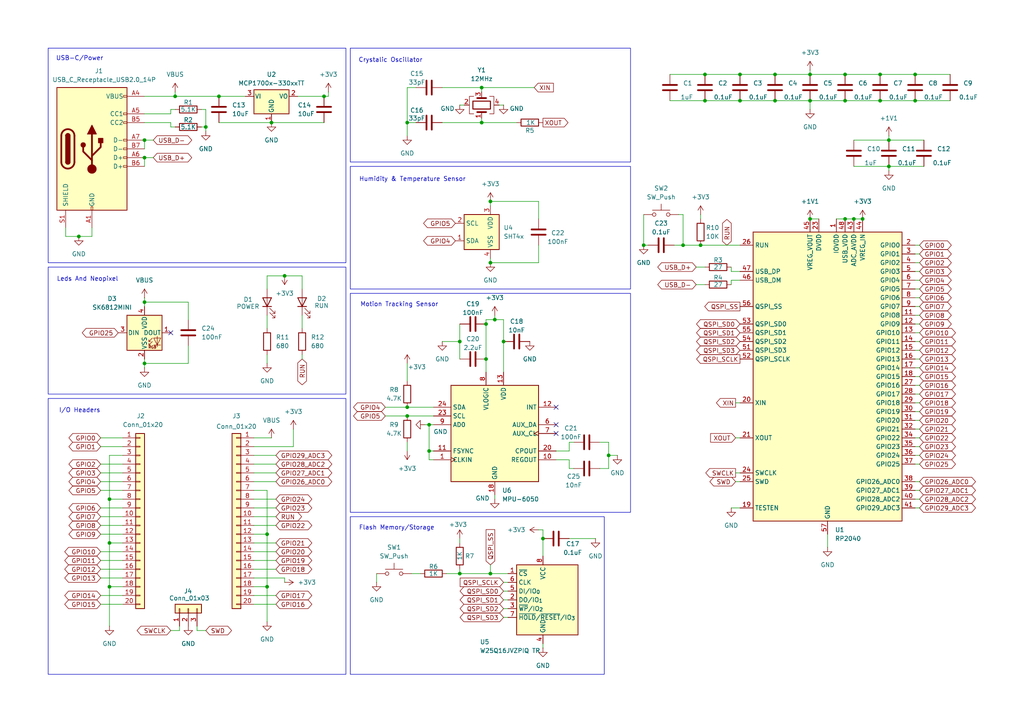
<source format=kicad_sch>
(kicad_sch (version 20250114) (generator "eeschema") (generator_version "9.0")
  (paper "A4")
  (title_block (title "DEVBOARD - PROTOTYPE") (date "13. 02. 2026"))
  (lib_symbols
    (symbol "Connector:USB_C_Receptacle_USB2.0_14P" (pin_names (offset 1.016))
      (property "Reference" "J" (at 0 22.225 0))
      (property "Value" "USB_C_Receptacle_USB2.0_14P" (at 0 19.685 0))
      (symbol "USB_C_Receptacle_USB2.0_14P_1_1"
        (pin passive line (at -7.62 -22.86 90) (length 5.08) (name "SHIELD") (number "S1"))
        (pin passive line (at 0 -22.86 90) (length 5.08) (name "GND") (number "A1"))
        (pin passive line (at 0 -22.86 90) (length 5.08) (hide yes) (name "GND") (number "A12"))
        (pin passive line (at 0 -22.86 90) (length 5.08) (hide yes) (name "GND") (number "B1"))
        (pin passive line (at 0 -22.86 90) (length 5.08) (hide yes) (name "GND") (number "B12"))
        (pin passive line (at 15.24 15.24 180) (length 5.08) (name "VBUS") (number "A4"))
        (pin passive line (at 15.24 15.24 180) (length 5.08) (hide yes) (name "VBUS") (number "A9"))
        (pin passive line (at 15.24 15.24 180) (length 5.08) (hide yes) (name "VBUS") (number "B4"))
        (pin passive line (at 15.24 15.24 180) (length 5.08) (hide yes) (name "VBUS") (number "B9"))
        (pin bidirectional line (at 15.24 10.16 180) (length 5.08) (name "CC1") (number "A5"))
        (pin bidirectional line (at 15.24 7.62 180) (length 5.08) (name "CC2") (number "B5"))
        (pin bidirectional line (at 15.24 2.54 180) (length 5.08) (name "D-") (number "A7"))
        (pin bidirectional line (at 15.24 0 180) (length 5.08) (name "D-") (number "B7"))
        (pin bidirectional line (at 15.24 -2.54 180) (length 5.08) (name "D+") (number "A6"))
        (pin bidirectional line (at 15.24 -5.08 180) (length 5.08) (name "D+") (number "B6"))
      )
    )
    (symbol "Connector_Generic:Conn_01x03" (pin_names (offset 1.016) (hide yes))
      (property "Reference" "J" (at 0 5.08 0))
      (property "Value" "Conn_01x03" (at 0 -5.08 0))
      (symbol "Conn_01x03_1_1"
        (pin passive line (at -5.08 2.54 0) (length 3.81) (name "Pin_1") (number "1"))
        (pin passive line (at -5.08 0 0) (length 3.81) (name "Pin_2") (number "2"))
        (pin passive line (at -5.08 -2.54 0) (length 3.81) (name "Pin_3") (number "3"))
      )
    )
    (symbol "Connector_Generic:Conn_01x20" (pin_names (offset 1.016) (hide yes))
      (property "Reference" "J" (at 0 25.4 0))
      (property "Value" "Conn_01x20" (at 0 -27.94 0))
      (symbol "Conn_01x20_1_1"
        (pin passive line (at -5.08 22.86 0) (length 3.81) (name "Pin_1") (number "1"))
        (pin passive line (at -5.08 20.32 0) (length 3.81) (name "Pin_2") (number "2"))
        (pin passive line (at -5.08 17.78 0) (length 3.81) (name "Pin_3") (number "3"))
        (pin passive line (at -5.08 15.24 0) (length 3.81) (name "Pin_4") (number "4"))
        (pin passive line (at -5.08 12.7 0) (length 3.81) (name "Pin_5") (number "5"))
        (pin passive line (at -5.08 10.16 0) (length 3.81) (name "Pin_6") (number "6"))
        (pin passive line (at -5.08 7.62 0) (length 3.81) (name "Pin_7") (number "7"))
        (pin passive line (at -5.08 5.08 0) (length 3.81) (name "Pin_8") (number "8"))
        (pin passive line (at -5.08 2.54 0) (length 3.81) (name "Pin_9") (number "9"))
        (pin passive line (at -5.08 0 0) (length 3.81) (name "Pin_10") (number "10"))
        (pin passive line (at -5.08 -2.54 0) (length 3.81) (name "Pin_11") (number "11"))
        (pin passive line (at -5.08 -5.08 0) (length 3.81) (name "Pin_12") (number "12"))
        (pin passive line (at -5.08 -7.62 0) (length 3.81) (name "Pin_13") (number "13"))
        (pin passive line (at -5.08 -10.16 0) (length 3.81) (name "Pin_14") (number "14"))
        (pin passive line (at -5.08 -12.7 0) (length 3.81) (name "Pin_15") (number "15"))
        (pin passive line (at -5.08 -15.24 0) (length 3.81) (name "Pin_16") (number "16"))
        (pin passive line (at -5.08 -17.78 0) (length 3.81) (name "Pin_17") (number "17"))
        (pin passive line (at -5.08 -20.32 0) (length 3.81) (name "Pin_18") (number "18"))
        (pin passive line (at -5.08 -22.86 0) (length 3.81) (name "Pin_19") (number "19"))
        (pin passive line (at -5.08 -25.4 0) (length 3.81) (name "Pin_20") (number "20"))
      )
    )
    (symbol "Device:C" (pin_numbers (hide yes)) (pin_names (offset 0.254))
      (property "Reference" "C" (at 0.635 2.54 0))
      (property "Value" "C" (at 0.635 -2.54 0))
      (symbol "C_1_1"
        (pin passive line (at 0 3.81 270) (length 2.794) (name "~") (number "1"))
        (pin passive line (at 0 -3.81 90) (length 2.794) (name "~") (number "2"))
      )
    )
    (symbol "Device:Crystal_GND24" (pin_names (offset 1.016) (hide yes))
      (property "Reference" "Y" (at 3.175 5.08 0))
      (property "Value" "Crystal_GND24" (at 3.175 3.175 0))
      (symbol "Crystal_GND24_1_1"
        (pin passive line (at -3.81 0 0) (length 1.27) (name "1") (number "1"))
        (pin passive line (at 0 5.08 270) (length 1.27) (name "2") (number "2"))
        (pin passive line (at 0 -5.08 90) (length 1.27) (name "4") (number "4"))
        (pin passive line (at 3.81 0 180) (length 1.27) (name "3") (number "3"))
      )
    )
    (symbol "Device:LED" (pin_numbers (hide yes)) (pin_names (offset 1.016) (hide yes))
      (property "Reference" "D" (at 0 2.54 0))
      (property "Value" "LED" (at 0 -2.54 0))
      (symbol "LED_1_1"
        (pin passive line (at -3.81 0 0) (length 2.54) (name "K") (number "1"))
        (pin passive line (at 3.81 0 180) (length 2.54) (name "A") (number "2"))
      )
    )
    (symbol "Device:R" (pin_numbers (hide yes)) (pin_names (offset 0))
      (property "Reference" "R" (at 2.032 0 90))
      (property "Value" "R" (at 0 0 90))
      (symbol "R_1_1"
        (pin passive line (at 0 3.81 270) (length 1.27) (name "~") (number "1"))
        (pin passive line (at 0 -3.81 90) (length 1.27) (name "~") (number "2"))
      )
    )
    (symbol "LED:SK6812MINI" (pin_names (offset 0.254))
      (property "Reference" "D" (at 5.08 5.715 0))
      (property "Value" "SK6812MINI" (at 1.27 -5.715 0))
      (symbol "SK6812MINI_0_0"
        (text "RGB" (at 2.286 -4.191 0) (effects (font (size 0.762 0.762))))
      )
      (symbol "SK6812MINI_1_1"
        (pin input line (at -7.62 0 0) (length 2.54) (name "DIN") (number "3"))
        (pin power_in line (at 0 7.62 270) (length 2.54) (name "VDD") (number "4"))
        (pin power_in line (at 0 -7.62 90) (length 2.54) (name "VSS") (number "2"))
        (pin output line (at 7.62 0 180) (length 2.54) (name "DOUT") (number "1"))
      )
    )
    (symbol "MCU_RaspberryPi:RP2040"
      (property "Reference" "U" (at 17.78 45.72 0))
      (property "Value" "RP2040" (at 17.78 43.18 0))
      (symbol "RP2040_1_1"
        (pin input line (at -25.4 38.1 0) (length 3.81) (name "RUN") (number "26"))
        (pin bidirectional line (at -25.4 30.48 0) (length 3.81) (name "USB_DP") (number "47"))
        (pin bidirectional line (at -25.4 27.94 0) (length 3.81) (name "USB_DM") (number "46"))
        (pin bidirectional line (at -25.4 20.32 0) (length 3.81) (name "QSPI_SS") (number "56"))
        (pin bidirectional line (at -25.4 15.24 0) (length 3.81) (name "QSPI_SD0") (number "53"))
        (pin bidirectional line (at -25.4 12.7 0) (length 3.81) (name "QSPI_SD1") (number "55"))
        (pin bidirectional line (at -25.4 10.16 0) (length 3.81) (name "QSPI_SD2") (number "54"))
        (pin bidirectional line (at -25.4 7.62 0) (length 3.81) (name "QSPI_SD3") (number "51"))
        (pin output line (at -25.4 5.08 0) (length 3.81) (name "QSPI_SCLK") (number "52"))
        (pin input line (at -25.4 -7.62 0) (length 3.81) (name "XIN") (number "20"))
        (pin passive line (at -25.4 -17.78 0) (length 3.81) (name "XOUT") (number "21"))
        (pin input line (at -25.4 -27.94 0) (length 3.81) (name "SWCLK") (number "24"))
        (pin bidirectional line (at -25.4 -30.48 0) (length 3.81) (name "SWD") (number "25"))
        (pin input line (at -25.4 -38.1 0) (length 3.81) (name "TESTEN") (number "19"))
        (pin power_out line (at -5.08 45.72 270) (length 3.81) (name "VREG_VOUT") (number "45"))
        (pin power_in line (at -2.54 45.72 270) (length 3.81) (name "DVDD") (number "23"))
        (pin passive line (at -2.54 45.72 270) (length 3.81) (hide yes) (name "DVDD") (number "50"))
        (pin power_in line (at 0 -45.72 90) (length 3.81) (name "GND") (number "57"))
        (pin power_in line (at 2.54 45.72 270) (length 3.81) (name "IOVDD") (number "1"))
        (pin passive line (at 2.54 45.72 270) (length 3.81) (hide yes) (name "IOVDD") (number "10"))
        (pin passive line (at 2.54 45.72 270) (length 3.81) (hide yes) (name "IOVDD") (number "22"))
        (pin passive line (at 2.54 45.72 270) (length 3.81) (hide yes) (name "IOVDD") (number "33"))
        (pin passive line (at 2.54 45.72 270) (length 3.81) (hide yes) (name "IOVDD") (number "42"))
        (pin passive line (at 2.54 45.72 270) (length 3.81) (hide yes) (name "IOVDD") (number "49"))
        (pin power_in line (at 5.08 45.72 270) (length 3.81) (name "USB_VDD") (number "48"))
        (pin power_in line (at 7.62 45.72 270) (length 3.81) (name "ADC_AVDD") (number "43"))
        (pin power_in line (at 10.16 45.72 270) (length 3.81) (name "VREG_IN") (number "44"))
        (pin bidirectional line (at 25.4 38.1 180) (length 3.81) (name "GPIO0") (number "2"))
        (pin bidirectional line (at 25.4 35.56 180) (length 3.81) (name "GPIO1") (number "3"))
        (pin bidirectional line (at 25.4 33.02 180) (length 3.81) (name "GPIO2") (number "4"))
        (pin bidirectional line (at 25.4 30.48 180) (length 3.81) (name "GPIO3") (number "5"))
        (pin bidirectional line (at 25.4 27.94 180) (length 3.81) (name "GPIO4") (number "6"))
        (pin bidirectional line (at 25.4 25.4 180) (length 3.81) (name "GPIO5") (number "7"))
        (pin bidirectional line (at 25.4 22.86 180) (length 3.81) (name "GPIO6") (number "8"))
        (pin bidirectional line (at 25.4 20.32 180) (length 3.81) (name "GPIO7") (number "9"))
        (pin bidirectional line (at 25.4 17.78 180) (length 3.81) (name "GPIO8") (number "11"))
        (pin bidirectional line (at 25.4 15.24 180) (length 3.81) (name "GPIO9") (number "12"))
        (pin bidirectional line (at 25.4 12.7 180) (length 3.81) (name "GPIO10") (number "13"))
        (pin bidirectional line (at 25.4 10.16 180) (length 3.81) (name "GPIO11") (number "14"))
        (pin bidirectional line (at 25.4 7.62 180) (length 3.81) (name "GPIO12") (number "15"))
        (pin bidirectional line (at 25.4 5.08 180) (length 3.81) (name "GPIO13") (number "16"))
        (pin bidirectional line (at 25.4 2.54 180) (length 3.81) (name "GPIO14") (number "17"))
        (pin bidirectional line (at 25.4 0 180) (length 3.81) (name "GPIO15") (number "18"))
        (pin bidirectional line (at 25.4 -2.54 180) (length 3.81) (name "GPIO16") (number "27"))
        (pin bidirectional line (at 25.4 -5.08 180) (length 3.81) (name "GPIO17") (number "28"))
        (pin bidirectional line (at 25.4 -7.62 180) (length 3.81) (name "GPIO18") (number "29"))
        (pin bidirectional line (at 25.4 -10.16 180) (length 3.81) (name "GPIO19") (number "30"))
        (pin bidirectional line (at 25.4 -12.7 180) (length 3.81) (name "GPIO20") (number "31"))
        (pin bidirectional line (at 25.4 -15.24 180) (length 3.81) (name "GPIO21") (number "32"))
        (pin bidirectional line (at 25.4 -17.78 180) (length 3.81) (name "GPIO22") (number "34"))
        (pin bidirectional line (at 25.4 -20.32 180) (length 3.81) (name "GPIO23") (number "35"))
        (pin bidirectional line (at 25.4 -22.86 180) (length 3.81) (name "GPIO24") (number "36"))
        (pin bidirectional line (at 25.4 -25.4 180) (length 3.81) (name "GPIO25") (number "37"))
        (pin bidirectional line (at 25.4 -30.48 180) (length 3.81) (name "GPIO26_ADC0") (number "38"))
        (pin bidirectional line (at 25.4 -33.02 180) (length 3.81) (name "GPIO27_ADC1") (number "39"))
        (pin bidirectional line (at 25.4 -35.56 180) (length 3.81) (name "GPIO28_ADC2") (number "40"))
        (pin bidirectional line (at 25.4 -38.1 180) (length 3.81) (name "GPIO29_ADC3") (number "41"))
      )
    )
    (symbol "Memory_Flash:W25Q128JVS"
      (property "Reference" "U" (at -6.35 11.43 0))
      (property "Value" "W25Q128JVS" (at 7.62 11.43 0))
      (symbol "W25Q128JVS_1_1"
        (pin input line (at -10.16 7.62 0) (length 2.54) (name "~{CS}") (number "1"))
        (pin input line (at -10.16 5.08 0) (length 2.54) (name "CLK") (number "6"))
        (pin bidirectional line (at -10.16 2.54 0) (length 2.54) (name "DI/IO_{0}") (number "5"))
        (pin bidirectional line (at -10.16 0 0) (length 2.54) (name "DO/IO_{1}") (number "2"))
        (pin bidirectional line (at -10.16 -2.54 0) (length 2.54) (name "~{WP}/IO_{2}") (number "3"))
        (pin bidirectional line (at -10.16 -5.08 0) (length 2.54) (name "~{HOLD}/~{RESET}/IO_{3}") (number "7"))
        (pin power_in line (at 0 12.7 270) (length 2.54) (name "VCC") (number "8"))
        (pin power_in line (at 0 -12.7 90) (length 2.54) (name "GND") (number "4"))
      )
    )
    (symbol "Regulator_Linear:MCP1700x-330xxTT" (pin_names (offset 0.254))
      (property "Reference" "U" (at -3.81 3.175 0))
      (property "Value" "MCP1700x-330xxTT" (at 0 3.175 0))
      (symbol "MCP1700x-330xxTT_1_1"
        (pin power_in line (at -7.62 0 0) (length 2.54) (name "VI") (number "3"))
        (pin power_in line (at 0 -7.62 90) (length 2.54) (name "GND") (number "1"))
        (pin power_out line (at 7.62 0 180) (length 2.54) (name "VO") (number "2"))
      )
    )
    (symbol "Sensor_Humidity:SHT4x"
      (property "Reference" "U" (at 0 8.89 0))
      (property "Value" "SHT4x" (at 0 6.35 0))
      (symbol "SHT4x_1_1"
        (pin input line (at -7.62 2.54 0) (length 2.54) (name "SCL") (number "2"))
        (pin bidirectional line (at -7.62 -2.54 0) (length 2.54) (name "SDA") (number "1"))
        (pin power_in line (at 2.54 7.62 270) (length 2.54) (name "VDD") (number "3"))
        (pin power_in line (at 2.54 -7.62 90) (length 2.54) (name "VSS") (number "4"))
      )
    )
    (symbol "Sensor_Motion:MPU-6050"
      (property "Reference" "U" (at -11.43 13.97 0))
      (property "Value" "MPU-6050" (at 7.62 -15.24 0))
      (symbol "MPU-6050_1_1"
        (pin bidirectional line (at -17.78 7.62 0) (length 5.08) (name "SDA") (number "24"))
        (pin input line (at -17.78 5.08 0) (length 5.08) (name "SCL") (number "23"))
        (pin input line (at -17.78 2.54 0) (length 5.08) (name "AD0") (number "9"))
        (pin input line (at -17.78 -5.08 0) (length 5.08) (name "FSYNC") (number "11"))
        (pin input clock (at -17.78 -7.62 0) (length 5.08) (name "CLKIN") (number "1"))
        (pin no_connect line (at -12.7 12.7 0) (length 2.54) (hide yes) (name "NC") (number "2"))
        (pin no_connect line (at -12.7 10.16 0) (length 2.54) (hide yes) (name "NC") (number "3"))
        (pin no_connect line (at -12.7 0 0) (length 2.54) (hide yes) (name "NC") (number "4"))
        (pin no_connect line (at -12.7 -2.54 0) (length 2.54) (hide yes) (name "NC") (number "5"))
        (pin no_connect line (at -12.7 -10.16 0) (length 2.54) (hide yes) (name "NC") (number "14"))
        (pin power_in line (at -2.54 17.78 270) (length 3.81) (name "VLOGIC") (number "8"))
        (pin power_in line (at 0 -17.78 90) (length 3.81) (name "GND") (number "18"))
        (pin power_in line (at 2.54 17.78 270) (length 3.81) (name "VDD") (number "13"))
        (pin no_connect line (at 12.7 12.7 180) (length 2.54) (hide yes) (name "NC") (number "15"))
        (pin no_connect line (at 12.7 10.16 180) (length 2.54) (hide yes) (name "NC") (number "16"))
        (pin no_connect line (at 12.7 5.08 180) (length 2.54) (hide yes) (name "NC") (number "17"))
        (pin no_connect line (at 12.7 -2.54 180) (length 2.54) (hide yes) (name "RESV") (number "21"))
        (pin no_connect line (at 12.7 -10.16 180) (length 2.54) (hide yes) (name "RESV") (number "19"))
        (pin no_connect line (at 12.7 -12.7 180) (length 2.54) (hide yes) (name "RESV") (number "22"))
        (pin output line (at 17.78 7.62 180) (length 5.08) (name "INT") (number "12"))
        (pin bidirectional line (at 17.78 2.54 180) (length 5.08) (name "AUX_DA") (number "6"))
        (pin output clock (at 17.78 0 180) (length 5.08) (name "AUX_CL") (number "7"))
        (pin passive line (at 17.78 -5.08 180) (length 5.08) (name "CPOUT") (number "20"))
        (pin passive line (at 17.78 -7.62 180) (length 5.08) (name "REGOUT") (number "10"))
      )
    )
    (symbol "Switch:SW_Push" (pin_numbers (hide yes)) (pin_names (offset 1.016) (hide yes))
      (property "Reference" "SW" (at 1.27 2.54 0))
      (property "Value" "SW_Push" (at 0 -1.524 0))
      (symbol "SW_Push_0_1"
        (pin passive line (at -5.08 0 0) (length 2.54) (name "1") (number "1"))
        (pin passive line (at 5.08 0 180) (length 2.54) (name "2") (number "2"))
      )
    )
    (symbol "power:+1V1" (power) (pin_numbers (hide yes)) (pin_names (offset 0) (hide yes))
      (property "Value" "+1V1" (at 0 3.556 0))
      (symbol "+1V1_1_1"
        (pin power_in line (at 0 0 90) (length 0) (name "~") (number "1"))
      )
    )
    (symbol "power:+3V3" (power) (pin_numbers (hide yes)) (pin_names (offset 0) (hide yes))
      (property "Value" "+3V3" (at 0 3.556 0))
      (symbol "+3V3_1_1"
        (pin power_in line (at 0 0 90) (length 0) (name "~") (number "1"))
      )
    )
    (symbol "power:GND" (power) (pin_numbers (hide yes)) (pin_names (offset 0) (hide yes))
      (property "Value" "GND" (at 0 -3.81 0))
      (symbol "GND_1_1"
        (pin power_in line (at 0 0 270) (length 0) (name "~") (number "1"))
      )
    )
    (symbol "power:VBUS" (power) (pin_numbers (hide yes)) (pin_names (offset 0) (hide yes))
      (property "Value" "VBUS" (at 0 3.556 0))
      (symbol "VBUS_1_1"
        (pin power_in line (at 0 0 90) (length 0) (name "~") (number "1"))
      )
    )
  )
  (rectangle (start 101.6 85.09) (end 182.88 148.59))
  (rectangle (start 13.97 13.97) (end 100.33 76.2))
  (rectangle (start 101.6 48.26) (end 182.88 83.82))
  (rectangle (start 13.97 115.57) (end 100.33 195.58))
  (rectangle (start 13.97 77.47) (end 100.33 114.3))
  (rectangle (start 101.6 149.86) (end 175.26 195.58))
  (rectangle (start 101.6 13.97) (end 182.88 46.99))
  (text "Leds And Neopixel\n" (at 25.4 81.026 0) (effects (font (size 1.27 1.27))))
  (text "Flash Memory/Storage\n" (at 115.062 153.162 0) (effects (font (size 1.27 1.27))))
  (text "Crystalic Oscillator\n" (at 113.284 17.526 0) (effects (font (size 1.27 1.27))))
  (text "Motion Tracking Sensor" (at 115.824 88.392 0) (effects (font (size 1.27 1.27))))
  (text "Humidity & Temperature Sensor\n" (at 119.634 52.07 0) (effects (font (size 1.27 1.27))))
  (text "USB-C/Power" (at 23.114 17.018 0) (effects (font (size 1.27 1.27))))
  (text "I/O Headers\n" (at 23.114 119.126 0) (effects (font (size 1.27 1.27))))
  (junction (at 124.46 130.81))
  (junction (at 157.48 156.21))
  (junction (at 31.75 170.18))
  (junction (at 245.11 29.21))
  (junction (at 118.11 118.11))
  (junction (at 133.35 166.37))
  (junction (at 203.2 71.12))
  (junction (at 118.11 35.56))
  (junction (at 142.24 58.42))
  (junction (at 41.91 40.64))
  (junction (at 140.97 104.14))
  (junction (at 63.5 27.94))
  (junction (at 250.19 63.5))
  (junction (at 265.43 29.21))
  (junction (at 255.27 21.59))
  (junction (at 77.47 170.18))
  (junction (at 31.75 157.48))
  (junction (at 124.46 123.19))
  (junction (at 245.11 21.59))
  (junction (at 186.69 71.12))
  (junction (at 234.95 29.21))
  (junction (at 41.91 87.63))
  (junction (at 146.05 99.06))
  (junction (at 224.79 21.59))
  (junction (at 31.75 144.78))
  (junction (at 234.95 63.5))
  (junction (at 133.35 99.06))
  (junction (at 257.81 40.64))
  (junction (at 257.81 48.26))
  (junction (at 142.24 76.2))
  (junction (at 93.98 27.94))
  (junction (at 214.63 21.59))
  (junction (at 139.7 25.4))
  (junction (at 247.65 63.5))
  (junction (at 142.24 166.37))
  (junction (at 139.7 35.56))
  (junction (at 78.74 35.56))
  (junction (at 204.47 21.59))
  (junction (at 140.97 93.98))
  (junction (at 22.86 68.58))
  (junction (at 77.47 154.94))
  (junction (at 224.79 29.21))
  (junction (at 204.47 29.21))
  (junction (at 265.43 21.59))
  (junction (at 255.27 29.21))
  (junction (at 41.91 45.72))
  (junction (at 118.11 120.65))
  (junction (at 234.95 21.59))
  (junction (at 143.51 92.71))
  (junction (at 41.91 105.41))
  (junction (at 198.12 71.12))
  (junction (at 59.69 36.83))
  (junction (at 50.8 27.94))
  (junction (at 82.55 80.01))
  (junction (at 214.63 29.21))
  (junction (at 245.11 63.5))
  (junction (at 176.53 132.08))
  (no_connect (at 161.29 118.11))
  (no_connect (at 49.53 96.52))
  (no_connect (at 161.29 125.73))
  (no_connect (at 161.29 123.19))
  (wire (pts (xy 266.7 139.7) (xy 265.43 139.7)))
  (wire (pts (xy 139.7 35.56) (xy 149.86 35.56)))
  (wire (pts (xy 41.91 45.72) (xy 44.45 45.72)))
  (wire (pts (xy 198.12 71.12) (xy 198.12 62.23)))
  (wire (pts (xy 129.54 166.37) (xy 133.35 166.37)))
  (wire (pts (xy 195.58 71.12) (xy 198.12 71.12)))
  (wire (pts (xy 41.91 33.02) (xy 49.53 33.02)))
  (wire (pts (xy 212.09 77.47) (xy 212.09 78.74)))
  (wire (pts (xy 143.51 92.71) (xy 143.51 91.44)))
  (wire (pts (xy 80.01 175.26) (xy 73.66 175.26)))
  (wire (pts (xy 247.65 48.26) (xy 257.81 48.26)))
  (wire (pts (xy 140.97 93.98) (xy 140.97 92.71)))
  (wire (pts (xy 265.43 29.21) (xy 275.59 29.21)))
  (wire (pts (xy 224.79 29.21) (xy 234.95 29.21)))
  (wire (pts (xy 257.81 49.53) (xy 257.81 48.26)))
  (wire (pts (xy 80.01 147.32) (xy 73.66 147.32)))
  (wire (pts (xy 111.76 118.11) (xy 118.11 118.11)))
  (wire (pts (xy 41.91 40.64) (xy 44.45 40.64)))
  (wire (pts (xy 63.5 27.94) (xy 71.12 27.94)))
  (wire (pts (xy 41.91 105.41) (xy 41.91 104.14)))
  (wire (pts (xy 255.27 29.21) (xy 265.43 29.21)))
  (wire (pts (xy 266.7 78.74) (xy 265.43 78.74)))
  (wire (pts (xy 142.24 58.42) (xy 142.24 59.69)))
  (wire (pts (xy 73.66 154.94) (xy 77.47 154.94)))
  (wire (pts (xy 41.91 87.63) (xy 41.91 88.9)))
  (wire (pts (xy 80.01 172.72) (xy 73.66 172.72)))
  (wire (pts (xy 80.01 144.78) (xy 73.66 144.78)))
  (wire (pts (xy 80.01 139.7) (xy 73.66 139.7)))
  (wire (pts (xy 49.53 182.88) (xy 52.07 182.88)))
  (wire (pts (xy 186.69 71.12) (xy 187.96 71.12)))
  (wire (pts (xy 49.53 35.56) (xy 41.91 35.56)))
  (wire (pts (xy 128.27 35.56) (xy 139.7 35.56)))
  (wire (pts (xy 213.36 139.7) (xy 214.63 139.7)))
  (wire (pts (xy 29.21 147.32) (xy 35.56 147.32)))
  (wire (pts (xy 41.91 45.72) (xy 41.91 48.26)))
  (wire (pts (xy 179.07 132.08) (xy 176.53 132.08)))
  (wire (pts (xy 59.69 36.83) (xy 58.42 36.83)))
  (wire (pts (xy 266.7 73.66) (xy 265.43 73.66)))
  (wire (pts (xy 213.36 137.16) (xy 214.63 137.16)))
  (wire (pts (xy 213.36 127) (xy 214.63 127)))
  (wire (pts (xy 157.48 153.67) (xy 156.21 153.67)))
  (wire (pts (xy 29.21 134.62) (xy 35.56 134.62)))
  (wire (pts (xy 63.5 35.56) (xy 78.74 35.56)))
  (wire (pts (xy 31.75 132.08) (xy 31.75 144.78)))
  (wire (pts (xy 49.53 33.02) (xy 49.53 31.75)))
  (wire (pts (xy 35.56 132.08) (xy 31.75 132.08)))
  (wire (pts (xy 266.7 114.3) (xy 265.43 114.3)))
  (wire (pts (xy 146.05 173.99) (xy 147.32 173.99)))
  (wire (pts (xy 128.27 99.06) (xy 133.35 99.06)))
  (wire (pts (xy 266.7 76.2) (xy 265.43 76.2)))
  (wire (pts (xy 118.11 120.65) (xy 125.73 120.65)))
  (wire (pts (xy 29.21 129.54) (xy 35.56 129.54)))
  (wire (pts (xy 77.47 154.94) (xy 77.47 170.18)))
  (wire (pts (xy 82.55 80.01) (xy 87.63 80.01)))
  (wire (pts (xy 120.65 25.4) (xy 118.11 25.4)))
  (wire (pts (xy 212.09 81.28) (xy 214.63 81.28)))
  (wire (pts (xy 157.48 187.96) (xy 157.48 186.69)))
  (wire (pts (xy 133.35 166.37) (xy 142.24 166.37)))
  (wire (pts (xy 41.91 106.68) (xy 41.91 105.41)))
  (wire (pts (xy 266.7 129.54) (xy 265.43 129.54)))
  (wire (pts (xy 186.69 62.23) (xy 186.69 71.12)))
  (wire (pts (xy 50.8 27.94) (xy 63.5 27.94)))
  (wire (pts (xy 54.61 100.33) (xy 54.61 105.41)))
  (wire (pts (xy 59.69 31.75) (xy 58.42 31.75)))
  (wire (pts (xy 266.7 106.68) (xy 265.43 106.68)))
  (wire (pts (xy 266.7 81.28) (xy 265.43 81.28)))
  (wire (pts (xy 118.11 130.81) (xy 118.11 128.27)))
  (wire (pts (xy 29.21 160.02) (xy 35.56 160.02)))
  (wire (pts (xy 156.21 76.2) (xy 142.24 76.2)))
  (wire (pts (xy 176.53 132.08) (xy 176.53 135.89)))
  (wire (pts (xy 266.7 147.32) (xy 265.43 147.32)))
  (wire (pts (xy 80.01 162.56) (xy 73.66 162.56)))
  (wire (pts (xy 140.97 107.95) (xy 140.97 104.14)))
  (wire (pts (xy 29.21 165.1) (xy 35.56 165.1)))
  (wire (pts (xy 213.36 116.84) (xy 214.63 116.84)))
  (wire (pts (xy 73.66 170.18) (xy 77.47 170.18)))
  (wire (pts (xy 146.05 168.91) (xy 147.32 168.91)))
  (wire (pts (xy 140.97 104.14) (xy 140.97 93.98)))
  (wire (pts (xy 157.48 156.21) (xy 157.48 161.29)))
  (wire (pts (xy 111.76 120.65) (xy 118.11 120.65)))
  (wire (pts (xy 212.09 81.28) (xy 212.09 82.55)))
  (wire (pts (xy 57.15 182.88) (xy 57.15 181.61)))
  (wire (pts (xy 156.21 58.42) (xy 156.21 63.5)))
  (wire (pts (xy 119.38 166.37) (xy 121.92 166.37)))
  (wire (pts (xy 124.46 123.19) (xy 124.46 130.81)))
  (wire (pts (xy 95.25 26.67) (xy 95.25 27.94)))
  (wire (pts (xy 29.21 142.24) (xy 35.56 142.24)))
  (wire (pts (xy 234.95 63.5) (xy 237.49 63.5)))
  (wire (pts (xy 85.09 124.46) (xy 85.09 129.54)))
  (wire (pts (xy 82.55 168.91) (xy 82.55 167.64)))
  (wire (pts (xy 87.63 104.14) (xy 87.63 102.87)))
  (wire (pts (xy 143.51 92.71) (xy 146.05 92.71)))
  (wire (pts (xy 234.95 20.32) (xy 234.95 21.59)))
  (wire (pts (xy 78.74 127) (xy 73.66 127)))
  (wire (pts (xy 29.21 167.64) (xy 35.56 167.64)))
  (wire (pts (xy 166.37 128.27) (xy 165.1 128.27)))
  (wire (pts (xy 29.21 154.94) (xy 35.56 154.94)))
  (wire (pts (xy 29.21 149.86) (xy 35.56 149.86)))
  (wire (pts (xy 77.47 102.87) (xy 77.47 105.41)))
  (wire (pts (xy 212.09 147.32) (xy 214.63 147.32)))
  (wire (pts (xy 165.1 130.81) (xy 161.29 130.81)))
  (wire (pts (xy 31.75 157.48) (xy 35.56 157.48)))
  (wire (pts (xy 245.11 63.5) (xy 247.65 63.5)))
  (wire (pts (xy 146.05 92.71) (xy 146.05 99.06)))
  (wire (pts (xy 234.95 31.75) (xy 234.95 29.21)))
  (wire (pts (xy 204.47 21.59) (xy 214.63 21.59)))
  (wire (pts (xy 80.01 152.4) (xy 73.66 152.4)))
  (wire (pts (xy 41.91 27.94) (xy 50.8 27.94)))
  (wire (pts (xy 204.47 29.21) (xy 214.63 29.21)))
  (wire (pts (xy 165.1 128.27) (xy 165.1 130.81)))
  (wire (pts (xy 87.63 80.01) (xy 87.63 83.82)))
  (wire (pts (xy 133.35 30.48) (xy 134.62 30.48)))
  (wire (pts (xy 139.7 26.67) (xy 139.7 25.4)))
  (wire (pts (xy 247.65 63.5) (xy 250.19 63.5)))
  (wire (pts (xy 31.75 157.48) (xy 31.75 170.18)))
  (wire (pts (xy 156.21 71.12) (xy 156.21 76.2)))
  (wire (pts (xy 118.11 35.56) (xy 118.11 39.37)))
  (wire (pts (xy 257.81 40.64) (xy 267.97 40.64)))
  (wire (pts (xy 22.86 68.58) (xy 26.67 68.58)))
  (wire (pts (xy 118.11 118.11) (xy 125.73 118.11)))
  (wire (pts (xy 87.63 95.25) (xy 87.63 91.44)))
  (wire (pts (xy 31.75 144.78) (xy 31.75 157.48)))
  (wire (pts (xy 50.8 26.67) (xy 50.8 27.94)))
  (wire (pts (xy 266.7 124.46) (xy 265.43 124.46)))
  (wire (pts (xy 41.91 40.64) (xy 41.91 43.18)))
  (wire (pts (xy 266.7 121.92) (xy 265.43 121.92)))
  (wire (pts (xy 133.35 156.21) (xy 133.35 157.48)))
  (wire (pts (xy 125.73 133.35) (xy 124.46 133.35)))
  (wire (pts (xy 109.22 168.91) (xy 109.22 166.37)))
  (wire (pts (xy 142.24 58.42) (xy 156.21 58.42)))
  (wire (pts (xy 80.01 134.62) (xy 73.66 134.62)))
  (wire (pts (xy 133.35 165.1) (xy 133.35 166.37)))
  (wire (pts (xy 139.7 34.29) (xy 139.7 35.56)))
  (wire (pts (xy 142.24 163.83) (xy 142.24 166.37)))
  (wire (pts (xy 29.21 162.56) (xy 35.56 162.56)))
  (wire (pts (xy 26.67 68.58) (xy 26.67 66.04)))
  (wire (pts (xy 78.74 35.56) (xy 93.98 35.56)))
  (wire (pts (xy 176.53 128.27) (xy 176.53 132.08)))
  (wire (pts (xy 266.7 109.22) (xy 265.43 109.22)))
  (wire (pts (xy 128.27 25.4) (xy 139.7 25.4)))
  (wire (pts (xy 266.7 99.06) (xy 265.43 99.06)))
  (wire (pts (xy 266.7 111.76) (xy 265.43 111.76)))
  (wire (pts (xy 85.09 129.54) (xy 73.66 129.54)))
  (wire (pts (xy 234.95 29.21) (xy 245.11 29.21)))
  (wire (pts (xy 86.36 27.94) (xy 93.98 27.94)))
  (wire (pts (xy 165.1 135.89) (xy 166.37 135.89)))
  (wire (pts (xy 19.05 66.04) (xy 19.05 68.58)))
  (wire (pts (xy 194.31 29.21) (xy 204.47 29.21)))
  (wire (pts (xy 257.81 48.26) (xy 267.97 48.26)))
  (wire (pts (xy 52.07 182.88) (xy 52.07 181.61)))
  (wire (pts (xy 266.7 83.82) (xy 265.43 83.82)))
  (wire (pts (xy 173.99 128.27) (xy 176.53 128.27)))
  (wire (pts (xy 29.21 137.16) (xy 35.56 137.16)))
  (wire (pts (xy 224.79 21.59) (xy 234.95 21.59)))
  (wire (pts (xy 201.93 77.47) (xy 204.47 77.47)))
  (wire (pts (xy 266.7 91.44) (xy 265.43 91.44)))
  (wire (pts (xy 59.69 31.75) (xy 59.69 36.83)))
  (wire (pts (xy 124.46 133.35) (xy 124.46 130.81)))
  (wire (pts (xy 80.01 160.02) (xy 73.66 160.02)))
  (wire (pts (xy 165.1 133.35) (xy 165.1 135.89)))
  (wire (pts (xy 266.7 142.24) (xy 265.43 142.24)))
  (wire (pts (xy 234.95 21.59) (xy 245.11 21.59)))
  (wire (pts (xy 59.69 182.88) (xy 57.15 182.88)))
  (wire (pts (xy 196.85 62.23) (xy 198.12 62.23)))
  (wire (pts (xy 54.61 105.41) (xy 41.91 105.41)))
  (wire (pts (xy 266.7 119.38) (xy 265.43 119.38)))
  (wire (pts (xy 118.11 35.56) (xy 120.65 35.56)))
  (wire (pts (xy 77.47 91.44) (xy 77.47 95.25)))
  (wire (pts (xy 29.21 127) (xy 35.56 127)))
  (wire (pts (xy 19.05 68.58) (xy 22.86 68.58)))
  (wire (pts (xy 124.46 123.19) (xy 125.73 123.19)))
  (wire (pts (xy 73.66 142.24) (xy 77.47 142.24)))
  (wire (pts (xy 146.05 171.45) (xy 147.32 171.45)))
  (wire (pts (xy 266.7 132.08) (xy 265.43 132.08)))
  (wire (pts (xy 142.24 76.2) (xy 142.24 74.93)))
  (wire (pts (xy 266.7 134.62) (xy 265.43 134.62)))
  (wire (pts (xy 80.01 137.16) (xy 73.66 137.16)))
  (wire (pts (xy 77.47 80.01) (xy 77.47 83.82)))
  (wire (pts (xy 266.7 96.52) (xy 265.43 96.52)))
  (wire (pts (xy 59.69 38.1) (xy 59.69 36.83)))
  (wire (pts (xy 255.27 21.59) (xy 265.43 21.59)))
  (wire (pts (xy 29.21 152.4) (xy 35.56 152.4)))
  (wire (pts (xy 165.1 156.21) (xy 172.72 156.21)))
  (wire (pts (xy 49.53 31.75) (xy 50.8 31.75)))
  (wire (pts (xy 266.7 127) (xy 265.43 127)))
  (wire (pts (xy 265.43 21.59) (xy 275.59 21.59)))
  (wire (pts (xy 140.97 92.71) (xy 143.51 92.71)))
  (wire (pts (xy 266.7 116.84) (xy 265.43 116.84)))
  (wire (pts (xy 41.91 86.36) (xy 41.91 87.63)))
  (wire (pts (xy 266.7 86.36) (xy 265.43 86.36)))
  (wire (pts (xy 201.93 82.55) (xy 204.47 82.55)))
  (wire (pts (xy 123.19 123.19) (xy 124.46 123.19)))
  (wire (pts (xy 146.05 176.53) (xy 147.32 176.53)))
  (wire (pts (xy 245.11 29.21) (xy 255.27 29.21)))
  (wire (pts (xy 266.7 101.6) (xy 265.43 101.6)))
  (wire (pts (xy 49.53 36.83) (xy 49.53 35.56)))
  (wire (pts (xy 203.2 62.23) (xy 203.2 63.5)))
  (wire (pts (xy 80.01 165.1) (xy 73.66 165.1)))
  (wire (pts (xy 95.25 27.94) (xy 93.98 27.94)))
  (wire (pts (xy 247.65 40.64) (xy 257.81 40.64)))
  (wire (pts (xy 124.46 130.81) (xy 125.73 130.81)))
  (wire (pts (xy 49.53 36.83) (xy 50.8 36.83)))
  (wire (pts (xy 82.55 167.64) (xy 73.66 167.64)))
  (wire (pts (xy 266.7 104.14) (xy 265.43 104.14)))
  (wire (pts (xy 29.21 139.7) (xy 35.56 139.7)))
  (wire (pts (xy 41.91 87.63) (xy 54.61 87.63)))
  (wire (pts (xy 245.11 21.59) (xy 255.27 21.59)))
  (wire (pts (xy 133.35 93.98) (xy 133.35 99.06)))
  (wire (pts (xy 80.01 157.48) (xy 73.66 157.48)))
  (wire (pts (xy 146.05 30.48) (xy 144.78 30.48)))
  (wire (pts (xy 29.21 172.72) (xy 35.56 172.72)))
  (wire (pts (xy 29.21 175.26) (xy 35.56 175.26)))
  (wire (pts (xy 266.7 88.9) (xy 265.43 88.9)))
  (wire (pts (xy 77.47 80.01) (xy 82.55 80.01)))
  (wire (pts (xy 266.7 71.12) (xy 265.43 71.12)))
  (wire (pts (xy 133.35 99.06) (xy 133.35 104.14)))
  (wire (pts (xy 54.61 87.63) (xy 54.61 92.71)))
  (wire (pts (xy 194.31 21.59) (xy 204.47 21.59)))
  (wire (pts (xy 212.09 78.74) (xy 214.63 78.74)))
  (wire (pts (xy 139.7 25.4) (xy 154.94 25.4)))
  (wire (pts (xy 31.75 144.78) (xy 35.56 144.78)))
  (wire (pts (xy 198.12 71.12) (xy 203.2 71.12)))
  (wire (pts (xy 214.63 29.21) (xy 224.79 29.21)))
  (wire (pts (xy 31.75 170.18) (xy 35.56 170.18)))
  (wire (pts (xy 146.05 179.07) (xy 147.32 179.07)))
  (wire (pts (xy 266.7 93.98) (xy 265.43 93.98)))
  (wire (pts (xy 161.29 133.35) (xy 165.1 133.35)))
  (wire (pts (xy 118.11 25.4) (xy 118.11 35.56)))
  (wire (pts (xy 118.11 105.41) (xy 118.11 110.49)))
  (wire (pts (xy 203.2 71.12) (xy 214.63 71.12)))
  (wire (pts (xy 157.48 153.67) (xy 157.48 156.21)))
  (wire (pts (xy 146.05 99.06) (xy 146.05 107.95)))
  (wire (pts (xy 80.01 149.86) (xy 73.66 149.86)))
  (wire (pts (xy 257.81 39.37) (xy 257.81 40.64)))
  (wire (pts (xy 143.51 144.78) (xy 143.51 143.51)))
  (wire (pts (xy 77.47 170.18) (xy 77.47 180.34)))
  (wire (pts (xy 80.01 132.08) (xy 73.66 132.08)))
  (wire (pts (xy 173.99 135.89) (xy 176.53 135.89)))
  (wire (pts (xy 31.75 170.18) (xy 31.75 181.61)))
  (wire (pts (xy 142.24 166.37) (xy 147.32 166.37)))
  (wire (pts (xy 77.47 142.24) (xy 77.47 154.94)))
  (wire (pts (xy 240.03 154.94) (xy 240.03 158.75)))
  (wire (pts (xy 242.57 63.5) (xy 245.11 63.5)))
  (wire (pts (xy 214.63 21.59) (xy 224.79 21.59)))
  (wire (pts (xy 266.7 144.78) (xy 265.43 144.78)))
  (global_label "GPIO3" (shape bidirectional) (at 29.21 137.16 180) (property "Intersheetrefs" "${INTERSHEET_REFS}" (effects (hide yes))))
  (global_label "SWCLK" (shape bidirectional) (at 49.53 182.88 180) (property "Intersheetrefs" "${INTERSHEET_REFS}" (effects (hide yes))))
  (global_label "GPIO18" (shape bidirectional) (at 266.7 116.84 0) (property "Intersheetrefs" "${INTERSHEET_REFS}" (effects (hide yes))))
  (global_label "USB_D+" (shape bidirectional) (at 201.93 77.47 180) (property "Intersheetrefs" "${INTERSHEET_REFS}" (effects (hide yes))))
  (global_label "GPIO13" (shape bidirectional) (at 29.21 167.64 180) (property "Intersheetrefs" "${INTERSHEET_REFS}" (effects (hide yes))))
  (global_label "GPIO14" (shape bidirectional) (at 29.21 172.72 180) (property "Intersheetrefs" "${INTERSHEET_REFS}" (effects (hide yes))))
  (global_label "GPIO15" (shape bidirectional) (at 29.21 175.26 180) (property "Intersheetrefs" "${INTERSHEET_REFS}" (effects (hide yes))))
  (global_label "GPIO6" (shape bidirectional) (at 29.21 147.32 180) (property "Intersheetrefs" "${INTERSHEET_REFS}" (effects (hide yes))))
  (global_label "GPIO12" (shape bidirectional) (at 29.21 165.1 180) (property "Intersheetrefs" "${INTERSHEET_REFS}" (effects (hide yes))))
  (global_label "QSPI_SD1" (shape bidirectional) (at 146.05 173.99 180) (property "Intersheetrefs" "${INTERSHEET_REFS}" (effects (hide yes))))
  (global_label "GPIO24" (shape bidirectional) (at 266.7 132.08 0) (property "Intersheetrefs" "${INTERSHEET_REFS}" (effects (hide yes))))
  (global_label "QSPI_SD1" (shape bidirectional) (at 214.63 96.52 180) (property "Intersheetrefs" "${INTERSHEET_REFS}" (effects (hide yes))))
  (global_label "QSPI_SD2" (shape bidirectional) (at 214.63 99.06 180) (property "Intersheetrefs" "${INTERSHEET_REFS}" (effects (hide yes))))
  (global_label "GPIO24" (shape bidirectional) (at 80.01 144.78 0) (property "Intersheetrefs" "${INTERSHEET_REFS}" (effects (hide yes))))
  (global_label "XOUT" (shape input) (at 213.36 127 180) (property "Intersheetrefs" "${INTERSHEET_REFS}" (effects (hide yes))))
  (global_label "GPIO23" (shape bidirectional) (at 80.01 147.32 0) (property "Intersheetrefs" "${INTERSHEET_REFS}" (effects (hide yes))))
  (global_label "GPIO5" (shape bidirectional) (at 266.7 83.82 0) (property "Intersheetrefs" "${INTERSHEET_REFS}" (effects (hide yes))))
  (global_label "GPIO20" (shape bidirectional) (at 80.01 160.02 0) (property "Intersheetrefs" "${INTERSHEET_REFS}" (effects (hide yes))))
  (global_label "RUN" (shape bidirectional) (at 210.82 71.12 90) (property "Intersheetrefs" "${INTERSHEET_REFS}" (effects (hide yes))))
  (global_label "SWD" (shape bidirectional) (at 59.69 182.88 0) (property "Intersheetrefs" "${INTERSHEET_REFS}" (effects (hide yes))))
  (global_label "GPIO26_ADC0" (shape bidirectional) (at 266.7 139.7 0) (property "Intersheetrefs" "${INTERSHEET_REFS}" (effects (hide yes))))
  (global_label "QSPI_SS" (shape input) (at 142.24 163.83 90) (property "Intersheetrefs" "${INTERSHEET_REFS}" (effects (hide yes))))
  (global_label "QSPI_SD3" (shape bidirectional) (at 214.63 101.6 180) (property "Intersheetrefs" "${INTERSHEET_REFS}" (effects (hide yes))))
  (global_label "GPIO9" (shape bidirectional) (at 266.7 93.98 0) (property "Intersheetrefs" "${INTERSHEET_REFS}" (effects (hide yes))))
  (global_label "XIN" (shape input) (at 154.94 25.4 0) (property "Intersheetrefs" "${INTERSHEET_REFS}" (effects (hide yes))))
  (global_label "GPIO17" (shape bidirectional) (at 266.7 114.3 0) (property "Intersheetrefs" "${INTERSHEET_REFS}" (effects (hide yes))))
  (global_label "QSPI_SD2" (shape bidirectional) (at 146.05 176.53 180) (property "Intersheetrefs" "${INTERSHEET_REFS}" (effects (hide yes))))
  (global_label "GPIO8" (shape bidirectional) (at 266.7 91.44 0) (property "Intersheetrefs" "${INTERSHEET_REFS}" (effects (hide yes))))
  (global_label "GPIO6" (shape bidirectional) (at 266.7 86.36 0) (property "Intersheetrefs" "${INTERSHEET_REFS}" (effects (hide yes))))
  (global_label "QSPI_SCLK" (shape input) (at 146.05 168.91 180) (property "Intersheetrefs" "${INTERSHEET_REFS}" (effects (hide yes))))
  (global_label "GPIO14" (shape bidirectional) (at 266.7 106.68 0) (property "Intersheetrefs" "${INTERSHEET_REFS}" (effects (hide yes))))
  (global_label "GPIO21" (shape bidirectional) (at 266.7 124.46 0) (property "Intersheetrefs" "${INTERSHEET_REFS}" (effects (hide yes))))
  (global_label "GPIO4" (shape bidirectional) (at 111.76 118.11 180) (property "Intersheetrefs" "${INTERSHEET_REFS}" (effects (hide yes))))
  (global_label "RUN" (shape bidirectional) (at 80.01 149.86 0) (property "Intersheetrefs" "${INTERSHEET_REFS}" (effects (hide yes))))
  (global_label "GPIO10" (shape bidirectional) (at 266.7 96.52 0) (property "Intersheetrefs" "${INTERSHEET_REFS}" (effects (hide yes))))
  (global_label "GPIO8" (shape bidirectional) (at 29.21 152.4 180) (property "Intersheetrefs" "${INTERSHEET_REFS}" (effects (hide yes))))
  (global_label "GPIO19" (shape bidirectional) (at 80.01 162.56 0) (property "Intersheetrefs" "${INTERSHEET_REFS}" (effects (hide yes))))
  (global_label "USB_D-" (shape bidirectional) (at 44.45 40.64 0) (property "Intersheetrefs" "${INTERSHEET_REFS}" (effects (hide yes))))
  (global_label "GPIO29_ADC3" (shape bidirectional) (at 80.01 132.08 0) (property "Intersheetrefs" "${INTERSHEET_REFS}" (effects (hide yes))))
  (global_label "GPIO11" (shape bidirectional) (at 29.21 162.56 180) (property "Intersheetrefs" "${INTERSHEET_REFS}" (effects (hide yes))))
  (global_label "XOUT" (shape output) (at 157.48 35.56 0) (property "Intersheetrefs" "${INTERSHEET_REFS}" (effects (hide yes))))
  (global_label "GPIO10" (shape bidirectional) (at 29.21 160.02 180) (property "Intersheetrefs" "${INTERSHEET_REFS}" (effects (hide yes))))
  (global_label "GPIO27_ADC1" (shape bidirectional) (at 266.7 142.24 0) (property "Intersheetrefs" "${INTERSHEET_REFS}" (effects (hide yes))))
  (global_label "QSPI_SD0" (shape bidirectional) (at 214.63 93.98 180) (property "Intersheetrefs" "${INTERSHEET_REFS}" (effects (hide yes))))
  (global_label "QSPI_SD0" (shape bidirectional) (at 146.05 171.45 180) (property "Intersheetrefs" "${INTERSHEET_REFS}" (effects (hide yes))))
  (global_label "GPIO15" (shape bidirectional) (at 266.7 109.22 0) (property "Intersheetrefs" "${INTERSHEET_REFS}" (effects (hide yes))))
  (global_label "GPIO5" (shape bidirectional) (at 29.21 142.24 180) (property "Intersheetrefs" "${INTERSHEET_REFS}" (effects (hide yes))))
  (global_label "GPIO29_ADC3" (shape bidirectional) (at 266.7 147.32 0) (property "Intersheetrefs" "${INTERSHEET_REFS}" (effects (hide yes))))
  (global_label "XIN" (shape output) (at 213.36 116.84 180) (property "Intersheetrefs" "${INTERSHEET_REFS}" (effects (hide yes))))
  (global_label "GPIO11" (shape bidirectional) (at 266.7 99.06 0) (property "Intersheetrefs" "${INTERSHEET_REFS}" (effects (hide yes))))
  (global_label "QSPI_SD3" (shape bidirectional) (at 146.05 179.07 180) (property "Intersheetrefs" "${INTERSHEET_REFS}" (effects (hide yes))))
  (global_label "GPIO0" (shape bidirectional) (at 29.21 127 180) (property "Intersheetrefs" "${INTERSHEET_REFS}" (effects (hide yes))))
  (global_label "GPIO2" (shape bidirectional) (at 29.21 134.62 180) (property "Intersheetrefs" "${INTERSHEET_REFS}" (effects (hide yes))))
  (global_label "GPIO4" (shape bidirectional) (at 132.08 69.85 180) (property "Intersheetrefs" "${INTERSHEET_REFS}" (effects (hide yes))))
  (global_label "GPIO20" (shape bidirectional) (at 266.7 121.92 0) (property "Intersheetrefs" "${INTERSHEET_REFS}" (effects (hide yes))))
  (global_label "GPIO28_ADC2" (shape bidirectional) (at 266.7 144.78 0) (property "Intersheetrefs" "${INTERSHEET_REFS}" (effects (hide yes))))
  (global_label "GPIO5" (shape bidirectional) (at 132.08 64.77 180) (property "Intersheetrefs" "${INTERSHEET_REFS}" (effects (hide yes))))
  (global_label "GPIO4" (shape bidirectional) (at 29.21 139.7 180) (property "Intersheetrefs" "${INTERSHEET_REFS}" (effects (hide yes))))
  (global_label "SWCLK" (shape output) (at 213.36 137.16 180) (property "Intersheetrefs" "${INTERSHEET_REFS}" (effects (hide yes))))
  (global_label "SWD" (shape bidirectional) (at 213.36 139.7 180) (property "Intersheetrefs" "${INTERSHEET_REFS}" (effects (hide yes))))
  (global_label "GPIO26_ADC0" (shape bidirectional) (at 80.01 139.7 0) (property "Intersheetrefs" "${INTERSHEET_REFS}" (effects (hide yes))))
  (global_label "GPIO25" (shape bidirectional) (at 34.29 96.52 180) (property "Intersheetrefs" "${INTERSHEET_REFS}" (effects (hide yes))))
  (global_label "GPIO9" (shape bidirectional) (at 29.21 154.94 180) (property "Intersheetrefs" "${INTERSHEET_REFS}" (effects (hide yes))))
  (global_label "GPIO16" (shape bidirectional) (at 266.7 111.76 0) (property "Intersheetrefs" "${INTERSHEET_REFS}" (effects (hide yes))))
  (global_label "GPIO7" (shape bidirectional) (at 29.21 149.86 180) (property "Intersheetrefs" "${INTERSHEET_REFS}" (effects (hide yes))))
  (global_label "GPIO13" (shape bidirectional) (at 266.7 104.14 0) (property "Intersheetrefs" "${INTERSHEET_REFS}" (effects (hide yes))))
  (global_label "QSPI_SCLK" (shape output) (at 214.63 104.14 180) (property "Intersheetrefs" "${INTERSHEET_REFS}" (effects (hide yes))))
  (global_label "GPIO22" (shape bidirectional) (at 266.7 127 0) (property "Intersheetrefs" "${INTERSHEET_REFS}" (effects (hide yes))))
  (global_label "GPIO23" (shape bidirectional) (at 266.7 129.54 0) (property "Intersheetrefs" "${INTERSHEET_REFS}" (effects (hide yes))))
  (global_label "GPIO1" (shape bidirectional) (at 266.7 73.66 0) (property "Intersheetrefs" "${INTERSHEET_REFS}" (effects (hide yes))))
  (global_label "USB_D+" (shape bidirectional) (at 44.45 45.72 0) (property "Intersheetrefs" "${INTERSHEET_REFS}" (effects (hide yes))))
  (global_label "GPIO25" (shape bidirectional) (at 266.7 134.62 0) (property "Intersheetrefs" "${INTERSHEET_REFS}" (effects (hide yes))))
  (global_label "GPIO5" (shape bidirectional) (at 111.76 120.65 180) (property "Intersheetrefs" "${INTERSHEET_REFS}" (effects (hide yes))))
  (global_label "GPIO12" (shape bidirectional) (at 266.7 101.6 0) (property "Intersheetrefs" "${INTERSHEET_REFS}" (effects (hide yes))))
  (global_label "GPIO21" (shape bidirectional) (at 80.01 157.48 0) (property "Intersheetrefs" "${INTERSHEET_REFS}" (effects (hide yes))))
  (global_label "GPIO16" (shape bidirectional) (at 80.01 175.26 0) (property "Intersheetrefs" "${INTERSHEET_REFS}" (effects (hide yes))))
  (global_label "GPIO4" (shape bidirectional) (at 266.7 81.28 0) (property "Intersheetrefs" "${INTERSHEET_REFS}" (effects (hide yes))))
  (global_label "GPIO28_ADC2" (shape bidirectional) (at 80.01 134.62 0) (property "Intersheetrefs" "${INTERSHEET_REFS}" (effects (hide yes))))
  (global_label "GPIO17" (shape bidirectional) (at 80.01 172.72 0) (property "Intersheetrefs" "${INTERSHEET_REFS}" (effects (hide yes))))
  (global_label "QSPI_SS" (shape output) (at 214.63 88.9 180) (property "Intersheetrefs" "${INTERSHEET_REFS}" (effects (hide yes))))
  (global_label "RUN" (shape bidirectional) (at 87.63 104.14 270) (property "Intersheetrefs" "${INTERSHEET_REFS}" (effects (hide yes))))
  (global_label "GPIO0" (shape bidirectional) (at 266.7 71.12 0) (property "Intersheetrefs" "${INTERSHEET_REFS}" (effects (hide yes))))
  (global_label "GPIO2" (shape bidirectional) (at 266.7 76.2 0) (property "Intersheetrefs" "${INTERSHEET_REFS}" (effects (hide yes))))
  (global_label "GPIO22" (shape bidirectional) (at 80.01 152.4 0) (property "Intersheetrefs" "${INTERSHEET_REFS}" (effects (hide yes))))
  (global_label "GPIO18" (shape bidirectional) (at 80.01 165.1 0) (property "Intersheetrefs" "${INTERSHEET_REFS}" (effects (hide yes))))
  (global_label "GPIO19" (shape bidirectional) (at 266.7 119.38 0) (property "Intersheetrefs" "${INTERSHEET_REFS}" (effects (hide yes))))
  (global_label "GPIO3" (shape bidirectional) (at 266.7 78.74 0) (property "Intersheetrefs" "${INTERSHEET_REFS}" (effects (hide yes))))
  (global_label "GPIO7" (shape bidirectional) (at 266.7 88.9 0) (property "Intersheetrefs" "${INTERSHEET_REFS}" (effects (hide yes))))
  (global_label "GPIO27_ADC1" (shape bidirectional) (at 80.01 137.16 0) (property "Intersheetrefs" "${INTERSHEET_REFS}" (effects (hide yes))))
  (global_label "USB_D-" (shape bidirectional) (at 201.93 82.55 180) (property "Intersheetrefs" "${INTERSHEET_REFS}" (effects (hide yes))))
  (global_label "GPIO1" (shape bidirectional) (at 29.21 129.54 180) (property "Intersheetrefs" "${INTERSHEET_REFS}" (effects (hide yes))))
  (symbol (lib_id "Device:C") (at 124.46 25.4 90) (unit 1)
    (property "Reference" "C15" (at 120.904 21.336 90))
    (property "Value" "33pF" (at 120.904 23.876 90))
    (property "Footprint" "Capacitor_SMD:C_0402_1005Metric" (effects (hide yes)))
    (property "Description" "Unpolarized capacitor" (effects (hide yes)))
  )
  (symbol (lib_id "power:+3V3") (at 85.09 124.46 0) (unit 1)
    (property "Reference" "#PWR041" (effects (hide yes)))
    (property "Value" "+3V3" (at 85.09 119.38 0))
    (property "Description" "Power symbol creates a global label with name \"+3V3\"" (effects (hide yes)))
  )
  (symbol (lib_id "Device:C") (at 63.5 31.75 0) (unit 1)
    (property "Reference" "C13" (at 67.31 30.4799 0) (effects (justify left)))
    (property "Value" "10uF" (at 67.31 33.0199 0) (effects (justify left)))
    (property "Footprint" "Capacitor_SMD:C_0603_1608Metric" (effects (hide yes)))
    (property "Description" "Unpolarized capacitor" (effects (hide yes)))
  )
  (symbol (lib_id "power:GND") (at 133.35 30.48 0) (unit 1)
    (property "Reference" "#PWR014" (effects (hide yes)))
    (property "Value" "GND" (at 129.794 31.496 0))
    (property "Description" "Power symbol creates a global label with name \"GND\" , ground" (effects (hide yes)))
  )
  (symbol (lib_id "Device:C") (at 170.18 135.89 90) (unit 1)
    (property "Reference" "C25" (at 166.37 138.176 90))
    (property "Value" "10nF" (at 166.37 140.716 90))
    (property "Footprint" "Capacitor_SMD:C_0402_1005Metric" (effects (hide yes)))
    (property "Description" "Unpolarized capacitor" (effects (hide yes)))
  )
  (symbol (lib_id "power:GND") (at 234.95 31.75 0) (unit 1)
    (property "Reference" "#PWR04" (effects (hide yes)))
    (property "Value" "GND" (at 234.95 36.83 0))
    (property "Description" "Power symbol creates a global label with name \"GND\" , ground" (effects (hide yes)))
  )
  (symbol (lib_id "power:GND") (at 157.48 187.96 0) (unit 1)
    (property "Reference" "#PWR016" (effects (hide yes)))
    (property "Value" "GND" (at 157.48 193.04 0))
    (property "Description" "Power symbol creates a global label with name \"GND\" , ground" (effects (hide yes)))
  )
  (symbol (lib_id "power:+3V3") (at 118.11 105.41 0) (unit 1)
    (property "Reference" "#PWR032" (effects (hide yes)))
    (property "Value" "+3V3" (at 120.904 106.426 0))
    (property "Description" "Power symbol creates a global label with name \"+3V3\"" (effects (hide yes)))
  )
  (symbol (lib_id "Connector:USB_C_Receptacle_USB2.0_14P") (at 26.67 43.18 0) (unit 1)
    (property "Reference" "J1" (at 28.702 20.574 0))
    (property "Value" "USB_C_Receptacle_USB2.0_14P" (at 30.226 23.114 0))
    (property "Footprint" "Connector_USB:USB_C_Receptacle_HRO_TYPE-C-31-M-12" (effects (hide yes)))
    (property "Datasheet" "https://www.usb.org/sites/default/files/documents/usb_type-c.zip" (effects (hide yes)))
    (property "Description" "USB 2.0-only 14P Type-C Receptacle connector" (effects (hide yes)))
  )
  (symbol (lib_id "Device:R") (at 125.73 166.37 90) (unit 1)
    (property "Reference" "R6" (at 125.73 164.338 90))
    (property "Value" "1K" (at 125.73 166.37 90))
    (property "Footprint" "Resistor_SMD:R_0402_1005Metric" (effects (hide yes)))
    (property "Description" "Resistor" (effects (hide yes)))
  )
  (symbol (lib_id "Connector_Generic:Conn_01x20") (at 68.58 149.86 0) (mirror y) (unit 1)
    (property "Reference" "J3" (at 68.58 120.65 0))
    (property "Value" "Conn_01x20" (at 68.58 123.698 0))
    (property "Footprint" "Connector_PinHeader_2.54mm:PinHeader_1x20_P2.54mm_Vertical" (effects (hide yes)))
    (property "Description" "Generic connector, single row, 01x20, script generated (kicad-library-utils/schlib/autogen/connector/)" (effects (hide yes)))
  )
  (symbol (lib_id "power:GND") (at 77.47 105.41 0) (unit 1)
    (property "Reference" "#PWR036" (effects (hide yes)))
    (property "Value" "GND" (at 77.47 110.49 0))
    (property "Description" "Power symbol creates a global label with name \"GND\" , ground" (effects (hide yes)))
  )
  (symbol (lib_id "power:GND") (at 153.67 99.06 0) (unit 1)
    (property "Reference" "#PWR030" (effects (hide yes)))
    (property "Value" "GND" (at 153.67 104.14 0))
    (property "Description" "Power symbol creates a global label with name \"GND\" , ground" (effects (hide yes)))
  )
  (symbol (lib_id "Device:C") (at 93.98 31.75 0) (unit 1)
    (property "Reference" "C14" (at 86.36 30.48 0) (effects (justify left)))
    (property "Value" "10uF" (at 86.36 33.02 0) (effects (justify left)))
    (property "Footprint" "Capacitor_SMD:C_0603_1608Metric" (effects (hide yes)))
    (property "Description" "Unpolarized capacitor" (effects (hide yes)))
  )
  (symbol (lib_id "MCU_RaspberryPi:RP2040") (at 240.03 109.22 0) (unit 1)
    (property "Reference" "U1" (at 242.1733 153.67 0) (effects (justify left)))
    (property "Value" "RP2040" (at 242.1733 156.21 0) (effects (justify left)))
    (property "Footprint" "Package_DFN_QFN:QFN-56-1EP_7x7mm_P0.4mm_EP3.2x3.2mm" (effects (hide yes)))
    (property "Datasheet" "https://datasheets.raspberrypi.com/rp2040/rp2040-datasheet.pdf" (effects (hide yes)))
    (property "Description" "A microcontroller by Raspberry Pi" (effects (hide yes)))
  )
  (symbol (lib_id "Device:R") (at 54.61 31.75 90) (unit 1)
    (property "Reference" "R1" (at 54.61 29.718 90))
    (property "Value" "5.1K" (at 54.61 31.75 90))
    (property "Footprint" "Resistor_SMD:R_0402_1005Metric" (effects (hide yes)))
    (property "Description" "Resistor" (effects (hide yes)))
  )
  (symbol (lib_id "Device:C") (at 161.29 156.21 270) (unit 1)
    (property "Reference" "C17" (at 166.116 157.734 90))
    (property "Value" "0.1uF" (at 166.116 160.274 90))
    (property "Footprint" "Capacitor_SMD:C_0402_1005Metric" (effects (hide yes)))
    (property "Description" "Unpolarized capacitor" (effects (hide yes)))
  )
  (symbol (lib_id "power:GND") (at 146.05 30.48 0) (unit 1)
    (property "Reference" "#PWR015" (effects (hide yes)))
    (property "Value" "GND" (at 149.86 31.496 0))
    (property "Description" "Power symbol creates a global label with name \"GND\" , ground" (effects (hide yes)))
  )
  (symbol (lib_id "power:+1V1") (at 257.81 39.37 0) (unit 1)
    (property "Reference" "#PWR05" (effects (hide yes)))
    (property "Value" "+1V1" (at 257.81 34.29 0))
    (property "Description" "Power symbol creates a global label with name \"+1V1\"" (effects (hide yes)))
  )
  (symbol (lib_id "power:GND") (at 240.03 158.75 0) (unit 1)
    (property "Reference" "#PWR07" (effects (hide yes)))
    (property "Value" "GND" (at 240.03 163.83 0))
    (property "Description" "Power symbol creates a global label with name \"GND\" , ground" (effects (hide yes)))
  )
  (symbol (lib_id "power:GND") (at 59.69 38.1 0) (unit 1)
    (property "Reference" "#PWR09" (effects (hide yes)))
    (property "Value" "GND" (at 59.69 43.18 0))
    (property "Description" "Power symbol creates a global label with name \"GND\" , ground" (effects (hide yes)))
  )
  (symbol (lib_id "Device:C") (at 170.18 128.27 90) (unit 1)
    (property "Reference" "C21" (at 165.608 124.206 90))
    (property "Value" "100nF" (at 165.608 126.746 90))
    (property "Footprint" "Capacitor_SMD:C_0402_1005Metric" (effects (hide yes)))
    (property "Description" "Unpolarized capacitor" (effects (hide yes)))
  )
  (symbol (lib_id "power:VBUS") (at 78.74 127 0) (unit 1)
    (property "Reference" "#PWR040" (effects (hide yes)))
    (property "Value" "VBUS" (at 78.74 121.92 0))
    (property "Description" "Power symbol creates a global label with name \"VBUS\"" (effects (hide yes)))
  )
  (symbol (lib_id "Device:R") (at 133.35 161.29 0) (unit 1)
    (property "Reference" "R7" (at 134.874 161.29 0) (effects (justify left)))
    (property "Value" "1K" (at 133.35 162.56 90) (effects (justify left)))
    (property "Footprint" "Resistor_SMD:R_0402_1005Metric" (effects (hide yes)))
    (property "Description" "Resistor" (effects (hide yes)))
  )
  (symbol (lib_id "power:GND") (at 54.61 181.61 0) (unit 1)
    (property "Reference" "#PWR044" (effects (hide yes)))
    (property "Value" "GND" (at 54.61 186.69 0))
    (property "Description" "Power symbol creates a global label with name \"GND\" , ground" (effects (hide yes)))
  )
  (symbol (lib_id "Device:C") (at 54.61 96.52 0) (unit 1)
    (property "Reference" "C24" (at 58.42 95.2499 0) (effects (justify left)))
    (property "Value" "100nF" (at 58.42 97.7899 0) (effects (justify left)))
    (property "Footprint" "Capacitor_SMD:C_0402_1005Metric" (effects (hide yes)))
    (property "Description" "Unpolarized capacitor" (effects (hide yes)))
  )
  (symbol (lib_id "Device:C") (at 265.43 25.4 0) (unit 1)
    (property "Reference" "C8" (at 269.24 24.1299 0) (effects (justify left)))
    (property "Value" "0.1uF" (at 267.97 28.194 0) (effects (justify left)))
    (property "Footprint" "Capacitor_SMD:C_0402_1005Metric" (effects (hide yes)))
    (property "Description" "Unpolarized capacitor" (effects (hide yes)))
  )
  (symbol (lib_id "power:GND") (at 77.47 180.34 0) (unit 1)
    (property "Reference" "#PWR043" (effects (hide yes)))
    (property "Value" "GND" (at 77.47 185.42 0))
    (property "Description" "Power symbol creates a global label with name \"GND\" , ground" (effects (hide yes)))
  )
  (symbol (lib_id "Device:LED") (at 77.47 87.63 90) (unit 1)
    (property "Reference" "D1" (at 70.612 86.868 90) (effects (justify right)))
    (property "Value" "POWER" (at 68.58 88.9 90) (effects (justify right)))
    (property "Footprint" "LED_SMD:LED_0603_1608Metric" (effects (hide yes)))
    (property "Description" "Light emitting diode" (effects (hide yes)))
    (property "Sim.Pins" "1=K 2=A" (effects (hide yes)))
  )
  (symbol (lib_id "power:+3V3") (at 156.21 153.67 90) (unit 1)
    (property "Reference" "#PWR017" (effects (hide yes)))
    (property "Value" "+3V3" (at 152.4 153.6699 90) (effects (justify left)))
    (property "Description" "Power symbol creates a global label with name \"+3V3\"" (effects (hide yes)))
  )
  (symbol (lib_id "Device:C") (at 137.16 93.98 90) (unit 1)
    (property "Reference" "C19" (at 137.16 88.138 90))
    (property "Value" "100nF" (at 137.16 90.678 90))
    (property "Footprint" "Capacitor_SMD:C_0402_1005Metric" (effects (hide yes)))
    (property "Description" "Unpolarized capacitor" (effects (hide yes)))
  )
  (symbol (lib_id "power:+3V3") (at 133.35 156.21 0) (unit 1)
    (property "Reference" "#PWR019" (effects (hide yes)))
    (property "Value" "+3V3" (at 132.842 152.146 0))
    (property "Description" "Power symbol creates a global label with name \"+3V3\"" (effects (hide yes)))
  )
  (symbol (lib_id "Device:C") (at 194.31 25.4 0) (unit 1)
    (property "Reference" "C1" (at 198.12 24.1299 0) (effects (justify left)))
    (property "Value" "1uF" (at 197.358 28.194 0) (effects (justify left)))
    (property "Footprint" "Capacitor_SMD:C_0402_1005Metric" (effects (hide yes)))
    (property "Description" "Unpolarized capacitor" (effects (hide yes)))
  )
  (symbol (lib_id "Device:R") (at 203.2 67.31 0) (unit 1)
    (property "Reference" "R10" (at 204.724 66.04 0) (effects (justify left)))
    (property "Value" "10K" (at 204.724 68.58 0) (effects (justify left)))
    (property "Footprint" "Resistor_SMD:R_0402_1005Metric" (effects (hide yes)))
    (property "Description" "Resistor" (effects (hide yes)))
  )
  (symbol (lib_id "Device:C") (at 267.97 44.45 0) (unit 1)
    (property "Reference" "C12" (at 271.78 43.1799 0) (effects (justify left)))
    (property "Value" "0.1uF" (at 270.51 47.244 0) (effects (justify left)))
    (property "Footprint" "Capacitor_SMD:C_0402_1005Metric" (effects (hide yes)))
    (property "Description" "Unpolarized capacitor" (effects (hide yes)))
  )
  (symbol (lib_id "Sensor_Motion:MPU-6050") (at 143.51 125.73 0) (unit 1)
    (property "Reference" "U6" (at 145.6533 142.24 0) (effects (justify left)))
    (property "Value" "MPU-6050" (at 145.6533 144.78 0) (effects (justify left)))
    (property "Footprint" "Sensor_Motion:InvenSense_QFN-24_4x4mm_P0.5mm" (effects (hide yes)))
    (property "Datasheet" "https://invensense.tdk.com/wp-content/uploads/2015/02/MPU-6000-Datasheet1.pdf" (effects (hide yes)))
    (property "Description" "InvenSense 6-Axis Motion Sensor, Gyroscope, Accelerometer, I2C" (effects (hide yes)))
  )
  (symbol (lib_id "Memory_Flash:W25Q128JVS") (at 157.48 173.99 0) (unit 1)
    (property "Reference" "U5" (at 139.192 186.182 0) (effects (justify left)))
    (property "Value" "W25Q16JVZPIQ TR" (at 139.192 188.722 0) (effects (justify left)))
    (property "Footprint" "Package_SON:Winbond_USON-8-1EP_3x2mm_P0.5mm_EP0.2x1.6mm" (effects (hide yes)))
    (property "Datasheet" "https://www.winbond.com/resource-files/w25q128jv_dtr%20revc%2003272018%20plus.pdf" (effects (hide yes)))
    (property "Description" "128Mbit / 16MiB Serial Flash Memory, Standard/Dual/Quad SPI, 2.7-3.6V, SOIC-8" (effects (hide yes)))
  )
  (symbol (lib_id "power:VBUS") (at 41.91 86.36 0) (unit 1)
    (property "Reference" "#PWR025" (effects (hide yes)))
    (property "Value" "VBUS" (at 41.91 81.28 0))
    (property "Description" "Power symbol creates a global label with name \"VBUS\"" (effects (hide yes)))
  )
  (symbol (lib_id "Device:C") (at 214.63 25.4 0) (unit 1)
    (property "Reference" "C3" (at 218.44 24.1299 0) (effects (justify left)))
    (property "Value" "0.1uF" (at 217.17 28.194 0) (effects (justify left)))
    (property "Footprint" "Capacitor_SMD:C_0402_1005Metric" (effects (hide yes)))
    (property "Description" "Unpolarized capacitor" (effects (hide yes)))
  )
  (symbol (lib_id "power:GND") (at 179.07 132.08 0) (unit 1)
    (property "Reference" "#PWR028" (effects (hide yes)))
    (property "Value" "GND" (at 179.07 137.16 0))
    (property "Description" "Power symbol creates a global label with name \"GND\" , ground" (effects (hide yes)))
  )
  (symbol (lib_id "power:+1V1") (at 234.95 63.5 0) (unit 1)
    (property "Reference" "#PWR01" (effects (hide yes)))
    (property "Value" "+1V1" (at 234.95 58.42 0))
    (property "Description" "Power symbol creates a global label with name \"+1V1\"" (effects (hide yes)))
  )
  (symbol (lib_id "Device:C") (at 257.81 44.45 0) (unit 1)
    (property "Reference" "C11" (at 261.62 43.1799 0) (effects (justify left)))
    (property "Value" "0.1uF" (at 260.35 47.244 0) (effects (justify left)))
    (property "Footprint" "Capacitor_SMD:C_0402_1005Metric" (effects (hide yes)))
    (property "Description" "Unpolarized capacitor" (effects (hide yes)))
  )
  (symbol (lib_id "Device:C") (at 234.95 25.4 0) (unit 1)
    (property "Reference" "C5" (at 238.76 24.1299 0) (effects (justify left)))
    (property "Value" "0.1uF" (at 237.49 28.194 0) (effects (justify left)))
    (property "Footprint" "Capacitor_SMD:C_0402_1005Metric" (effects (hide yes)))
    (property "Description" "Unpolarized capacitor" (effects (hide yes)))
  )
  (symbol (lib_id "Regulator_Linear:MCP1700x-330xxTT") (at 78.74 27.94 0) (unit 1)
    (property "Reference" "U2" (at 78.74 21.59 0))
    (property "Value" "MCP1700x-330xxTT" (at 78.74 24.13 0))
    (property "Footprint" "Package_TO_SOT_SMD:SOT-23" (effects (hide yes)))
    (property "Datasheet" "http://ww1.microchip.com/downloads/en/DeviceDoc/20001826D.pdf" (effects (hide yes)))
    (property "Description" "250mA Low Quiscent Current LDO, 3.3V output, SOT-23" (effects (hide yes)))
  )
  (symbol (lib_id "power:GND") (at 186.69 71.12 0) (unit 1)
    (property "Reference" "#PWR034" (effects (hide yes)))
    (property "Value" "GND" (at 186.69 76.2 0))
    (property "Description" "Power symbol creates a global label with name \"GND\" , ground" (effects (hide yes)))
  )
  (symbol (lib_id "power:GND") (at 78.74 35.56 0) (unit 1)
    (property "Reference" "#PWR010" (effects (hide yes)))
    (property "Value" "GND" (at 78.74 40.64 0))
    (property "Description" "Power symbol creates a global label with name \"GND\" , ground" (effects (hide yes)))
  )
  (symbol (lib_id "Device:C") (at 149.86 99.06 90) (unit 1)
    (property "Reference" "C18" (at 149.86 93.218 90))
    (property "Value" "10nF" (at 149.86 95.758 90))
    (property "Footprint" "Capacitor_SMD:C_0402_1005Metric" (effects (hide yes)))
    (property "Description" "Unpolarized capacitor" (effects (hide yes)))
  )
  (symbol (lib_id "power:GND") (at 31.75 181.61 0) (unit 1)
    (property "Reference" "#PWR039" (effects (hide yes)))
    (property "Value" "GND" (at 31.75 186.69 0))
    (property "Description" "Power symbol creates a global label with name \"GND\" , ground" (effects (hide yes)))
  )
  (symbol (lib_id "Device:C") (at 247.65 44.45 0) (unit 1)
    (property "Reference" "C10" (at 251.46 43.1799 0) (effects (justify left)))
    (property "Value" "1uF" (at 250.698 47.244 0) (effects (justify left)))
    (property "Footprint" "Capacitor_SMD:C_0402_1005Metric" (effects (hide yes)))
    (property "Description" "Unpolarized capacitor" (effects (hide yes)))
  )
  (symbol (lib_id "Device:R") (at 54.61 36.83 90) (unit 1)
    (property "Reference" "R2" (at 54.61 34.798 90))
    (property "Value" "5.1K" (at 54.61 36.83 90))
    (property "Footprint" "Resistor_SMD:R_0402_1005Metric" (effects (hide yes)))
    (property "Description" "Resistor" (effects (hide yes)))
  )
  (symbol (lib_id "Device:C") (at 224.79 25.4 0) (unit 1)
    (property "Reference" "C4" (at 228.6 24.1299 0) (effects (justify left)))
    (property "Value" "0.1uF" (at 227.33 28.194 0) (effects (justify left)))
    (property "Footprint" "Capacitor_SMD:C_0402_1005Metric" (effects (hide yes)))
    (property "Description" "Unpolarized capacitor" (effects (hide yes)))
  )
  (symbol (lib_id "power:+3V3") (at 250.19 63.5 0) (unit 1)
    (property "Reference" "#PWR02" (effects (hide yes)))
    (property "Value" "+3V3" (at 250.19 58.42 0))
    (property "Description" "Power symbol creates a global label with name \"+3V3\"" (effects (hide yes)))
  )
  (symbol (lib_id "power:GND") (at 128.27 99.06 0) (unit 1)
    (property "Reference" "#PWR029" (effects (hide yes)))
    (property "Value" "GND" (at 128.27 104.14 0))
    (property "Description" "Power symbol creates a global label with name \"GND\" , ground" (effects (hide yes)))
  )
  (symbol (lib_id "Device:R") (at 87.63 99.06 0) (unit 1)
    (property "Reference" "R12" (at 90.17 97.7899 0) (effects (justify left)))
    (property "Value" "680" (at 90.17 100.3299 0) (effects (justify left)))
    (property "Footprint" "Resistor_SMD:R_0402_1005Metric" (effects (hide yes)))
    (property "Description" "Resistor" (effects (hide yes)))
  )
  (symbol (lib_id "power:GND") (at 118.11 39.37 0) (unit 1)
    (property "Reference" "#PWR013" (effects (hide yes)))
    (property "Value" "GND" (at 118.11 44.45 0))
    (property "Description" "Power symbol creates a global label with name \"GND\" , ground" (effects (hide yes)))
  )
  (symbol (lib_id "power:GND") (at 257.81 49.53 0) (unit 1)
    (property "Reference" "#PWR06" (effects (hide yes)))
    (property "Value" "GND" (at 257.81 54.61 0))
    (property "Description" "Power symbol creates a global label with name \"GND\" , ground" (effects (hide yes)))
  )
  (symbol (lib_id "Device:C") (at 137.16 104.14 90) (unit 1)
    (property "Reference" "C20" (at 137.16 98.298 90))
    (property "Value" "2.2uF" (at 137.16 100.838 90))
    (property "Footprint" "Capacitor_SMD:C_0402_1005Metric" (effects (hide yes)))
    (property "Description" "Unpolarized capacitor" (effects (hide yes)))
  )
  (symbol (lib_id "Switch:SW_Push") (at 191.77 62.23 0) (unit 1)
    (property "Reference" "SW2" (at 191.77 54.61 0))
    (property "Value" "SW_Push" (at 191.77 57.15 0))
    (property "Footprint" "Button_Switch_SMD:SW_Push_SPST_NO_Alps_SKRK" (effects (hide yes)))
    (property "Description" "Push button switch, generic, two pins" (effects (hide yes)))
  )
  (symbol (lib_id "power:+3V3") (at 143.51 91.44 0) (unit 1)
    (property "Reference" "#PWR024" (effects (hide yes)))
    (property "Value" "+3V3" (at 143.51 86.36 0))
    (property "Description" "Power symbol creates a global label with name \"+3V3\"" (effects (hide yes)))
  )
  (symbol (lib_id "Sensor_Humidity:SHT4x") (at 139.7 67.31 0) (unit 1)
    (property "Reference" "U4" (at 146.05 66.0399 0) (effects (justify left)))
    (property "Value" "SHT4x" (at 146.05 68.5799 0) (effects (justify left)))
    (property "Footprint" "Sensor_Humidity:Sensirion_DFN-4_1.5x1.5mm_P0.8mm_SHT4x_NoCentralPad" (effects (hide yes)))
    (property "Datasheet" "https://sensirion.com/media/documents/33FD6951/624C4357/Datasheet_SHT4x.pdf" (effects (hide yes)))
    (property "Description" "Digital Humidity and Temperature Sensor, ±1%RH, ±0.1°C, I2C, 1.08-3.6V, 16bit, DFN-4" (effects (hide yes)))
  )
  (symbol (lib_id "power:GND") (at 41.91 106.68 0) (unit 1)
    (property "Reference" "#PWR037" (effects (hide yes)))
    (property "Value" "GND" (at 41.91 111.76 0))
    (property "Description" "Power symbol creates a global label with name \"GND\" , ground" (effects (hide yes)))
  )
  (symbol (lib_id "Device:R") (at 208.28 82.55 90) (unit 1)
    (property "Reference" "R4" (at 208.28 80.518 90))
    (property "Value" "27" (at 208.28 82.55 90))
    (property "Footprint" "Resistor_SMD:R_0402_1005Metric" (effects (hide yes)))
    (property "Description" "Resistor" (effects (hide yes)))
  )
  (symbol (lib_id "Device:C") (at 275.59 25.4 0) (unit 1)
    (property "Reference" "C9" (at 279.4 24.1299 0) (effects (justify left)))
    (property "Value" "0.1uF" (at 278.13 28.194 0) (effects (justify left)))
    (property "Footprint" "Capacitor_SMD:C_0402_1005Metric" (effects (hide yes)))
    (property "Description" "Unpolarized capacitor" (effects (hide yes)))
  )
  (symbol (lib_id "Device:R") (at 118.11 114.3 180) (unit 1)
    (property "Reference" "R8" (at 114.3 113.03 0))
    (property "Value" "4.7K" (at 114.3 115.57 0))
    (property "Footprint" "Resistor_SMD:R_0402_1005Metric" (effects (hide yes)))
    (property "Description" "Resistor" (effects (hide yes)))
  )
  (symbol (lib_id "LED:SK6812MINI") (at 41.91 96.52 0) (unit 1)
    (property "Reference" "D3" (at 32.512 86.614 0))
    (property "Value" "SK6812MINI" (at 32.512 89.154 0))
    (property "Footprint" "LED_SMD:LED_SK6812MINI_PLCC4_3.5x3.5mm_P1.75mm" (effects (hide yes)))
    (property "Datasheet" "https://cdn-shop.adafruit.com/product-files/2686/SK6812MINI_REV.01-1-2.pdf" (effects (hide yes)))
    (property "Description" "RGB LED with integrated controller" (effects (hide yes)))
  )
  (symbol (lib_id "power:+3V3") (at 95.25 26.67 0) (unit 1)
    (property "Reference" "#PWR012" (effects (hide yes)))
    (property "Value" "+3V3" (at 95.25 21.59 0))
    (property "Description" "Power symbol creates a global label with name \"+3V3\"" (effects (hide yes)))
  )
  (symbol (lib_id "Device:LED") (at 87.63 87.63 90) (unit 1)
    (property "Reference" "D2" (at 91.948 86.614 90) (effects (justify right)))
    (property "Value" "RUN" (at 91.186 88.646 90) (effects (justify right)))
    (property "Footprint" "LED_SMD:LED_0603_1608Metric" (effects (hide yes)))
    (property "Description" "Light emitting diode" (effects (hide yes)))
    (property "Sim.Pins" "1=K 2=A" (effects (hide yes)))
  )
  (symbol (lib_id "Device:R") (at 153.67 35.56 90) (unit 1)
    (property "Reference" "R5" (at 153.67 37.846 90))
    (property "Value" "1K" (at 153.924 35.56 90))
    (property "Footprint" "Resistor_SMD:R_0402_1005Metric" (effects (hide yes)))
    (property "Description" "Resistor" (effects (hide yes)))
  )
  (symbol (lib_id "Device:C") (at 156.21 67.31 180) (unit 1)
    (property "Reference" "C22" (at 161.798 67.564 0))
    (property "Value" "100nF" (at 161.798 70.104 0))
    (property "Footprint" "Capacitor_SMD:C_0402_1005Metric" (effects (hide yes)))
    (property "Description" "Unpolarized capacitor" (effects (hide yes)))
  )
  (symbol (lib_id "Device:R") (at 208.28 77.47 90) (unit 1)
    (property "Reference" "R3" (at 208.28 75.438 90))
    (property "Value" "27" (at 208.28 77.47 90))
    (property "Footprint" "Resistor_SMD:R_0402_1005Metric" (effects (hide yes)))
    (property "Description" "Resistor" (effects (hide yes)))
  )
  (symbol (lib_id "power:GND") (at 123.19 123.19 270) (unit 1)
    (property "Reference" "#PWR045" (effects (hide yes)))
    (property "Value" "GND" (at 127.762 125.222 90))
    (property "Description" "Power symbol creates a global label with name \"GND\" , ground" (effects (hide yes)))
  )
  (symbol (lib_id "power:+3V3") (at 142.24 58.42 0) (unit 1)
    (property "Reference" "#PWR022" (effects (hide yes)))
    (property "Value" "+3V3" (at 142.24 53.34 0))
    (property "Description" "Power symbol creates a global label with name \"+3V3\"" (effects (hide yes)))
  )
  (symbol (lib_id "power:GND") (at 22.86 68.58 0) (unit 1)
    (property "Reference" "#PWR08" (effects (hide yes)))
    (property "Value" "GND" (at 22.86 73.66 0))
    (property "Description" "Power symbol creates a global label with name \"GND\" , ground" (effects (hide yes)))
  )
  (symbol (lib_id "power:+3V3") (at 82.55 168.91 270) (unit 1)
    (property "Reference" "#PWR042" (effects (hide yes)))
    (property "Value" "+3V3" (at 86.36 168.9099 90) (effects (justify left)))
    (property "Description" "Power symbol creates a global label with name \"+3V3\"" (effects (hide yes)))
  )
  (symbol (lib_id "Device:R") (at 118.11 124.46 0) (unit 1)
    (property "Reference" "R9" (at 114.3 123.19 0))
    (property "Value" "4.7K" (at 114.3 125.73 0))
    (property "Footprint" "Resistor_SMD:R_0402_1005Metric" (effects (hide yes)))
    (property "Description" "Resistor" (effects (hide yes)))
  )
  (symbol (lib_id "Device:C") (at 191.77 71.12 90) (unit 1)
    (property "Reference" "C23" (at 191.77 64.77 90))
    (property "Value" "0.1uF" (at 191.77 67.31 90))
    (property "Footprint" "Capacitor_SMD:C_0402_1005Metric" (effects (hide yes)))
    (property "Description" "Unpolarized capacitor" (effects (hide yes)))
  )
  (symbol (lib_id "power:GND") (at 143.51 144.78 0) (unit 1)
    (property "Reference" "#PWR046" (effects (hide yes)))
    (property "Value" "GND" (at 139.954 144.526 0))
    (property "Description" "Power symbol creates a global label with name \"GND\" , ground" (effects (hide yes)))
  )
  (symbol (lib_id "Device:C") (at 255.27 25.4 0) (unit 1)
    (property "Reference" "C7" (at 259.08 24.1299 0) (effects (justify left)))
    (property "Value" "0.1uF" (at 257.81 28.194 0) (effects (justify left)))
    (property "Footprint" "Capacitor_SMD:C_0402_1005Metric" (effects (hide yes)))
    (property "Description" "Unpolarized capacitor" (effects (hide yes)))
  )
  (symbol (lib_id "Device:C") (at 204.47 25.4 0) (unit 1)
    (property "Reference" "C2" (at 208.28 24.1299 0) (effects (justify left)))
    (property "Value" "0.1uF" (at 207.01 28.194 0) (effects (justify left)))
    (property "Footprint" "Capacitor_SMD:C_0402_1005Metric" (effects (hide yes)))
    (property "Description" "Unpolarized capacitor" (effects (hide yes)))
  )
  (symbol (lib_id "power:VBUS") (at 50.8 26.67 0) (unit 1)
    (property "Reference" "#PWR011" (effects (hide yes)))
    (property "Value" "VBUS" (at 50.8 21.59 0))
    (property "Description" "Power symbol creates a global label with name \"VBUS\"" (effects (hide yes)))
  )
  (symbol (lib_id "power:+3V3") (at 118.11 130.81 180) (unit 1)
    (property "Reference" "#PWR031" (effects (hide yes)))
    (property "Value" "+3V3" (at 118.11 135.89 0))
    (property "Description" "Power symbol creates a global label with name \"+3V3\"" (effects (hide yes)))
  )
  (symbol (lib_id "power:+3V3") (at 203.2 62.23 0) (unit 1)
    (property "Reference" "#PWR033" (effects (hide yes)))
    (property "Value" "+3V3" (at 203.2 57.15 0))
    (property "Description" "Power symbol creates a global label with name \"+3V3\"" (effects (hide yes)))
  )
  (symbol (lib_id "Device:R") (at 77.47 99.06 0) (unit 1)
    (property "Reference" "R11" (at 80.01 97.7899 0) (effects (justify left)))
    (property "Value" "680" (at 80.01 100.3299 0) (effects (justify left)))
    (property "Footprint" "Resistor_SMD:R_0402_1005Metric" (effects (hide yes)))
    (property "Description" "Resistor" (effects (hide yes)))
  )
  (symbol (lib_id "power:+3V3") (at 82.55 80.01 180) (unit 1)
    (property "Reference" "#PWR035" (effects (hide yes)))
    (property "Value" "+3V3" (at 82.55 85.09 0))
    (property "Description" "Power symbol creates a global label with name \"+3V3\"" (effects (hide yes)))
  )
  (symbol (lib_id "power:GND") (at 142.24 76.2 0) (unit 1)
    (property "Reference" "#PWR023" (effects (hide yes)))
    (property "Value" "GND" (at 142.24 81.28 0))
    (property "Description" "Power symbol creates a global label with name \"GND\" , ground" (effects (hide yes)))
  )
  (symbol (lib_id "Device:Crystal_GND24") (at 139.7 30.48 90) (unit 1)
    (property "Reference" "Y1" (at 139.7 20.32 90))
    (property "Value" "12MHz" (at 139.7 22.86 90))
    (property "Footprint" "Crystal:Crystal_SMD_3225-4Pin_3.2x2.5mm" (effects (hide yes)))
    (property "Description" "Four pin crystal, GND on pins 2 and 4" (effects (hide yes)))
  )
  (symbol (lib_id "Device:C") (at 245.11 25.4 0) (unit 1)
    (property "Reference" "C6" (at 248.92 24.1299 0) (effects (justify left)))
    (property "Value" "0.1uF" (at 247.65 28.194 0) (effects (justify left)))
    (property "Footprint" "Capacitor_SMD:C_0402_1005Metric" (effects (hide yes)))
    (property "Description" "Unpolarized capacitor" (effects (hide yes)))
  )
  (symbol (lib_id "Switch:SW_Push") (at 114.3 166.37 0) (unit 1)
    (property "Reference" "SW1" (at 114.3 158.75 0))
    (property "Value" "SW_Push" (at 114.3 161.29 0))
    (property "Footprint" "Button_Switch_SMD:SW_Push_SPST_NO_Alps_SKRK" (effects (hide yes)))
    (property "Description" "Push button switch, generic, two pins" (effects (hide yes)))
  )
  (symbol (lib_id "power:+3V3") (at 234.95 20.32 0) (unit 1)
    (property "Reference" "#PWR03" (effects (hide yes)))
    (property "Value" "+3V3" (at 234.95 15.24 0))
    (property "Description" "Power symbol creates a global label with name \"+3V3\"" (effects (hide yes)))
  )
  (symbol (lib_id "power:GND") (at 109.22 168.91 0) (unit 1)
    (property "Reference" "#PWR018" (effects (hide yes)))
    (property "Value" "GND" (at 109.22 173.99 0))
    (property "Description" "Power symbol creates a global label with name \"GND\" , ground" (effects (hide yes)))
  )
  (symbol (lib_id "Connector_Generic:Conn_01x20") (at 40.64 149.86 0) (unit 1)
    (property "Reference" "J2" (at 39.624 120.65 0) (effects (justify left)))
    (property "Value" "Conn_01x20" (at 35.56 123.19 0) (effects (justify left)))
    (property "Footprint" "Connector_PinHeader_2.54mm:PinHeader_1x20_P2.54mm_Vertical" (effects (hide yes)))
    (property "Description" "Generic connector, single row, 01x20, script generated (kicad-library-utils/schlib/autogen/connector/)" (effects (hide yes)))
  )
  (symbol (lib_id "power:GND") (at 212.09 147.32 0) (unit 1)
    (property "Reference" "#PWR021" (effects (hide yes)))
    (property "Value" "GND" (at 212.09 152.4 0))
    (property "Description" "Power symbol creates a global label with name \"GND\" , ground" (effects (hide yes)))
  )
  (symbol (lib_id "Connector_Generic:Conn_01x03") (at 54.61 176.53 90) (unit 1)
    (property "Reference" "J4" (at 53.34 171.45 90) (effects (justify right)))
    (property "Value" "Conn_01x03" (at 49.022 173.482 90) (effects (justify right)))
    (property "Footprint" "Connector_PinHeader_2.54mm:PinHeader_1x03_P2.54mm_Vertical" (effects (hide yes)))
    (property "Description" "Generic connector, single row, 01x03, script generated (kicad-library-utils/schlib/autogen/connector/)" (effects (hide yes)))
  )
  (symbol (lib_id "Device:C") (at 124.46 35.56 90) (unit 1)
    (property "Reference" "C16" (at 120.904 32.004 90))
    (property "Value" "33pF" (at 120.904 34.29 90))
    (property "Footprint" "Capacitor_SMD:C_0402_1005Metric" (effects (hide yes)))
    (property "Description" "Unpolarized capacitor" (effects (hide yes)))
  )
  (symbol (lib_id "power:GND") (at 172.72 156.21 0) (unit 1)
    (property "Reference" "#PWR020" (effects (hide yes)))
    (property "Value" "GND" (at 172.72 161.29 0))
    (property "Description" "Power symbol creates a global label with name \"GND\" , ground" (effects (hide yes)))
  )
)
</source>
